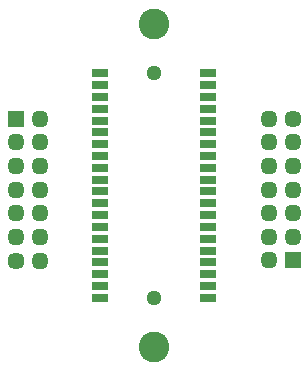
<source format=gbr>
%TF.GenerationSoftware,KiCad,Pcbnew,(5.1.6-0-10_14)*%
%TF.CreationDate,2020-12-10T12:41:56-07:00*%
%TF.ProjectId,DX7-JTAG,4458372d-4a54-4414-972e-6b696361645f,rev?*%
%TF.SameCoordinates,Original*%
%TF.FileFunction,Soldermask,Bot*%
%TF.FilePolarity,Negative*%
%FSLAX46Y46*%
G04 Gerber Fmt 4.6, Leading zero omitted, Abs format (unit mm)*
G04 Created by KiCad (PCBNEW (5.1.6-0-10_14)) date 2020-12-10 12:41:56*
%MOMM*%
%LPD*%
G01*
G04 APERTURE LIST*
%ADD10C,2.600000*%
%ADD11C,1.450000*%
%ADD12O,1.450000X1.450000*%
%ADD13R,1.450000X1.450000*%
%ADD14R,1.360000X0.710000*%
%ADD15C,1.290000*%
G04 APERTURE END LIST*
D10*
%TO.C,REF\u002A\u002A*%
X38608000Y-24958000D03*
%TD*%
%TO.C,REF\u002A\u002A*%
X38608000Y-52258000D03*
%TD*%
D11*
%TO.C,LCMXO2 JTAG*%
X50350000Y-32950000D03*
D12*
X48350000Y-32950000D03*
X50350000Y-34950000D03*
X48350000Y-34950000D03*
X50350000Y-36950000D03*
X48350000Y-36950000D03*
X50350000Y-38950000D03*
X48350000Y-38950000D03*
X50350000Y-40950000D03*
X48350000Y-40950000D03*
X50350000Y-42950000D03*
X48350000Y-42950000D03*
D13*
X50350000Y-44950000D03*
D12*
X48350000Y-44950000D03*
%TD*%
D11*
%TO.C,XC7K70T JTAG*%
X26924000Y-44958000D03*
D12*
X28924000Y-44958000D03*
X26924000Y-42958000D03*
X28924000Y-42958000D03*
X26924000Y-40958000D03*
X28924000Y-40958000D03*
X26924000Y-38958000D03*
X28924000Y-38958000D03*
X26924000Y-36958000D03*
X28924000Y-36958000D03*
X26924000Y-34958000D03*
X28924000Y-34958000D03*
D13*
X26924000Y-32958000D03*
D12*
X28924000Y-32958000D03*
%TD*%
D14*
%TO.C,J2*%
X34018000Y-46108000D03*
X34018000Y-47108000D03*
X34018000Y-48108000D03*
X34018000Y-45108000D03*
X34018000Y-44108000D03*
X43198000Y-46108000D03*
X43198000Y-47108000D03*
X43198000Y-48108000D03*
X43198000Y-45108000D03*
X43198000Y-44108000D03*
X43198000Y-43108000D03*
X34018000Y-43108000D03*
X43198000Y-42108000D03*
X34018000Y-42108000D03*
X43198000Y-41108000D03*
X34018000Y-41108000D03*
X43198000Y-40108000D03*
X34018000Y-40108000D03*
X43198000Y-39108000D03*
X34018000Y-39108000D03*
X43198000Y-38108000D03*
X34018000Y-38108000D03*
X43198000Y-37108000D03*
X34018000Y-37108000D03*
X43198000Y-36108000D03*
X34018000Y-36108000D03*
X43198000Y-35108000D03*
X34018000Y-35108000D03*
X43198000Y-34108000D03*
X34018000Y-34108000D03*
X43198000Y-33108000D03*
X34018000Y-33108000D03*
X43198000Y-32108000D03*
X34018000Y-32108000D03*
X43198000Y-31108000D03*
X34018000Y-31108000D03*
X43198000Y-30108000D03*
X34018000Y-30108000D03*
X43198000Y-29108000D03*
X34018000Y-29108000D03*
D15*
X38608000Y-48108000D03*
X38608000Y-29108000D03*
%TD*%
M02*

</source>
